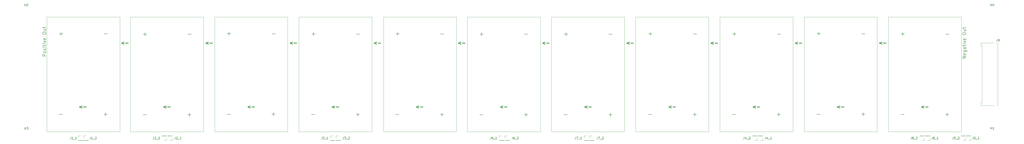
<source format=gbr>
%TF.GenerationSoftware,KiCad,Pcbnew,9.0.2*%
%TF.CreationDate,2025-07-25T15:19:20+08:00*%
%TF.ProjectId,accum_pcb_under,61636375-6d5f-4706-9362-5f756e646572,rev?*%
%TF.SameCoordinates,Original*%
%TF.FileFunction,Legend,Top*%
%TF.FilePolarity,Positive*%
%FSLAX46Y46*%
G04 Gerber Fmt 4.6, Leading zero omitted, Abs format (unit mm)*
G04 Created by KiCad (PCBNEW 9.0.2) date 2025-07-25 15:19:20*
%MOMM*%
%LPD*%
G01*
G04 APERTURE LIST*
%ADD10C,0.100000*%
%ADD11C,0.200000*%
%ADD12C,0.300000*%
%ADD13C,0.150000*%
%ADD14C,0.120000*%
G04 APERTURE END LIST*
D10*
X442732115Y-184702590D02*
X475732115Y-184702590D01*
X475732115Y-236702590D01*
X442732115Y-236702590D01*
X442732115Y-184702590D01*
X328583115Y-184702590D02*
X361583115Y-184702590D01*
X361583115Y-236702590D01*
X328583115Y-236702590D01*
X328583115Y-184702590D01*
X480806115Y-184702590D02*
X513806115Y-184702590D01*
X513806115Y-236702590D01*
X480806115Y-236702590D01*
X480806115Y-184702590D01*
X138338115Y-184702590D02*
X171338115Y-184702590D01*
X171338115Y-236702590D01*
X138338115Y-236702590D01*
X138338115Y-184702590D01*
X214458115Y-184702590D02*
X247458115Y-184702590D01*
X247458115Y-236702590D01*
X214458115Y-236702590D01*
X214458115Y-184702590D01*
X100537115Y-184702590D02*
X133537115Y-184702590D01*
X133537115Y-236702590D01*
X100537115Y-236702590D01*
X100537115Y-184702590D01*
X366612115Y-184702590D02*
X399612115Y-184702590D01*
X399612115Y-236702590D01*
X366612115Y-236702590D01*
X366612115Y-184702590D01*
X290578115Y-184702590D02*
X323578115Y-184702590D01*
X323578115Y-236702590D01*
X290578115Y-236702590D01*
X290578115Y-184702590D01*
X404664115Y-184702590D02*
X437664115Y-184702590D01*
X437664115Y-236702590D01*
X404664115Y-236702590D01*
X404664115Y-184702590D01*
X252652115Y-184702590D02*
X285652115Y-184702590D01*
X285652115Y-236702590D01*
X252652115Y-236702590D01*
X252652115Y-184702590D01*
X176367115Y-184702590D02*
X209367115Y-184702590D01*
X209367115Y-236702590D01*
X176367115Y-236702590D01*
X176367115Y-184702590D01*
D11*
X410280883Y-228947523D02*
X411804693Y-228947523D01*
X392604883Y-228880523D02*
X394128693Y-228880523D01*
X393366788Y-229642428D02*
X393366788Y-228118618D01*
X506616883Y-228932523D02*
X508140693Y-228932523D01*
X507378788Y-229694428D02*
X507378788Y-228170618D01*
X372415883Y-228895523D02*
X373939693Y-228895523D01*
X486427883Y-228947523D02*
X487951693Y-228947523D01*
D12*
X116432029Y-225105418D02*
X115289171Y-225533990D01*
X115289171Y-225533990D02*
X116432029Y-225962561D01*
X117146314Y-225533990D02*
X118289172Y-225533990D01*
X192524710Y-225105418D02*
X191381852Y-225533990D01*
X191381852Y-225533990D02*
X192524710Y-225962561D01*
X193238995Y-225533990D02*
X194381853Y-225533990D01*
D11*
X181996883Y-228791523D02*
X183520693Y-228791523D01*
X354499883Y-192521523D02*
X356023693Y-192521523D01*
X220122883Y-228947523D02*
X221646693Y-228947523D01*
D12*
X287641522Y-196175418D02*
X286498664Y-196603990D01*
X286498664Y-196603990D02*
X287641522Y-197032561D01*
X288355807Y-196603990D02*
X289498665Y-196603990D01*
D11*
X164216883Y-228984523D02*
X165740693Y-228984523D01*
X164978788Y-229746428D02*
X164978788Y-228222618D01*
D12*
X458852522Y-225105418D02*
X457709664Y-225533990D01*
X457709664Y-225533990D02*
X458852522Y-225962561D01*
X459566807Y-225533990D02*
X460709665Y-225533990D01*
D11*
X430469883Y-228932523D02*
X431993693Y-228932523D01*
X431231788Y-229694428D02*
X431231788Y-228170618D01*
X126337883Y-192354523D02*
X127861693Y-192354523D01*
X334237883Y-228999523D02*
X335761693Y-228999523D01*
D12*
X363734825Y-196175418D02*
X362591967Y-196603990D01*
X362591967Y-196603990D02*
X363734825Y-197032561D01*
X364449110Y-196603990D02*
X365591968Y-196603990D01*
X477875174Y-196175418D02*
X476732316Y-196603990D01*
X476732316Y-196603990D02*
X477875174Y-197032561D01*
X478589459Y-196603990D02*
X479732317Y-196603990D01*
D11*
X258266883Y-192371523D02*
X259790693Y-192371523D01*
X259028788Y-193133428D02*
X259028788Y-191609618D01*
X278405883Y-192417523D02*
X279929693Y-192417523D01*
D12*
X268618377Y-225105418D02*
X267475519Y-225533990D01*
X267475519Y-225533990D02*
X268618377Y-225962561D01*
X269332662Y-225533990D02*
X270475520Y-225533990D01*
D11*
X506689883Y-192469523D02*
X508213693Y-192469523D01*
X296112883Y-228999523D02*
X297636693Y-228999523D01*
X144150883Y-192475523D02*
X145674693Y-192475523D01*
X144912788Y-193237428D02*
X144912788Y-191713618D01*
X278332883Y-228880523D02*
X279856693Y-228880523D01*
X279094788Y-229642428D02*
X279094788Y-228118618D01*
X316301883Y-228984523D02*
X317825693Y-228984523D01*
X317063788Y-229746428D02*
X317063788Y-228222618D01*
X240311883Y-228932523D02*
X241835693Y-228932523D01*
X241073788Y-229694428D02*
X241073788Y-228170618D01*
D12*
X230571725Y-225105418D02*
X229428867Y-225533990D01*
X229428867Y-225533990D02*
X230571725Y-225962561D01*
X231286010Y-225533990D02*
X232428868Y-225533990D01*
D11*
X372538883Y-192371523D02*
X374062693Y-192371523D01*
X373300788Y-193133428D02*
X373300788Y-191609618D01*
D12*
X401781507Y-196175418D02*
X400638649Y-196603990D01*
X400638649Y-196603990D02*
X401781507Y-197032561D01*
X402495792Y-196603990D02*
X403638650Y-196603990D01*
D11*
X486550883Y-192423523D02*
X488074693Y-192423523D01*
X487312788Y-193185428D02*
X487312788Y-191661618D01*
X430542883Y-192469523D02*
X432066693Y-192469523D01*
X220245883Y-192423523D02*
X221769693Y-192423523D01*
X221007788Y-193185428D02*
X221007788Y-191661618D01*
X515816143Y-203365869D02*
X514316143Y-203365869D01*
X514316143Y-203365869D02*
X515816143Y-202508726D01*
X515816143Y-202508726D02*
X514316143Y-202508726D01*
X515744715Y-201223011D02*
X515816143Y-201365868D01*
X515816143Y-201365868D02*
X515816143Y-201651583D01*
X515816143Y-201651583D02*
X515744715Y-201794440D01*
X515744715Y-201794440D02*
X515601857Y-201865868D01*
X515601857Y-201865868D02*
X515030429Y-201865868D01*
X515030429Y-201865868D02*
X514887572Y-201794440D01*
X514887572Y-201794440D02*
X514816143Y-201651583D01*
X514816143Y-201651583D02*
X514816143Y-201365868D01*
X514816143Y-201365868D02*
X514887572Y-201223011D01*
X514887572Y-201223011D02*
X515030429Y-201151583D01*
X515030429Y-201151583D02*
X515173286Y-201151583D01*
X515173286Y-201151583D02*
X515316143Y-201865868D01*
X514816143Y-199865869D02*
X516030429Y-199865869D01*
X516030429Y-199865869D02*
X516173286Y-199937297D01*
X516173286Y-199937297D02*
X516244715Y-200008726D01*
X516244715Y-200008726D02*
X516316143Y-200151583D01*
X516316143Y-200151583D02*
X516316143Y-200365869D01*
X516316143Y-200365869D02*
X516244715Y-200508726D01*
X515744715Y-199865869D02*
X515816143Y-200008726D01*
X515816143Y-200008726D02*
X515816143Y-200294440D01*
X515816143Y-200294440D02*
X515744715Y-200437297D01*
X515744715Y-200437297D02*
X515673286Y-200508726D01*
X515673286Y-200508726D02*
X515530429Y-200580154D01*
X515530429Y-200580154D02*
X515101857Y-200580154D01*
X515101857Y-200580154D02*
X514959000Y-200508726D01*
X514959000Y-200508726D02*
X514887572Y-200437297D01*
X514887572Y-200437297D02*
X514816143Y-200294440D01*
X514816143Y-200294440D02*
X514816143Y-200008726D01*
X514816143Y-200008726D02*
X514887572Y-199865869D01*
X515816143Y-198508726D02*
X515030429Y-198508726D01*
X515030429Y-198508726D02*
X514887572Y-198580154D01*
X514887572Y-198580154D02*
X514816143Y-198723011D01*
X514816143Y-198723011D02*
X514816143Y-199008726D01*
X514816143Y-199008726D02*
X514887572Y-199151583D01*
X515744715Y-198508726D02*
X515816143Y-198651583D01*
X515816143Y-198651583D02*
X515816143Y-199008726D01*
X515816143Y-199008726D02*
X515744715Y-199151583D01*
X515744715Y-199151583D02*
X515601857Y-199223011D01*
X515601857Y-199223011D02*
X515459000Y-199223011D01*
X515459000Y-199223011D02*
X515316143Y-199151583D01*
X515316143Y-199151583D02*
X515244715Y-199008726D01*
X515244715Y-199008726D02*
X515244715Y-198651583D01*
X515244715Y-198651583D02*
X515173286Y-198508726D01*
X514816143Y-198008725D02*
X514816143Y-197437297D01*
X514316143Y-197794440D02*
X515601857Y-197794440D01*
X515601857Y-197794440D02*
X515744715Y-197723011D01*
X515744715Y-197723011D02*
X515816143Y-197580154D01*
X515816143Y-197580154D02*
X515816143Y-197437297D01*
X515816143Y-196937297D02*
X514816143Y-196937297D01*
X514316143Y-196937297D02*
X514387572Y-197008725D01*
X514387572Y-197008725D02*
X514459000Y-196937297D01*
X514459000Y-196937297D02*
X514387572Y-196865868D01*
X514387572Y-196865868D02*
X514316143Y-196937297D01*
X514316143Y-196937297D02*
X514459000Y-196937297D01*
X514816143Y-196365868D02*
X515816143Y-196008725D01*
X515816143Y-196008725D02*
X514816143Y-195651582D01*
X515744715Y-194508725D02*
X515816143Y-194651582D01*
X515816143Y-194651582D02*
X515816143Y-194937297D01*
X515816143Y-194937297D02*
X515744715Y-195080154D01*
X515744715Y-195080154D02*
X515601857Y-195151582D01*
X515601857Y-195151582D02*
X515030429Y-195151582D01*
X515030429Y-195151582D02*
X514887572Y-195080154D01*
X514887572Y-195080154D02*
X514816143Y-194937297D01*
X514816143Y-194937297D02*
X514816143Y-194651582D01*
X514816143Y-194651582D02*
X514887572Y-194508725D01*
X514887572Y-194508725D02*
X515030429Y-194437297D01*
X515030429Y-194437297D02*
X515173286Y-194437297D01*
X515173286Y-194437297D02*
X515316143Y-195151582D01*
X514316143Y-192365868D02*
X514316143Y-192080154D01*
X514316143Y-192080154D02*
X514387572Y-191937297D01*
X514387572Y-191937297D02*
X514530429Y-191794440D01*
X514530429Y-191794440D02*
X514816143Y-191723011D01*
X514816143Y-191723011D02*
X515316143Y-191723011D01*
X515316143Y-191723011D02*
X515601857Y-191794440D01*
X515601857Y-191794440D02*
X515744715Y-191937297D01*
X515744715Y-191937297D02*
X515816143Y-192080154D01*
X515816143Y-192080154D02*
X515816143Y-192365868D01*
X515816143Y-192365868D02*
X515744715Y-192508726D01*
X515744715Y-192508726D02*
X515601857Y-192651583D01*
X515601857Y-192651583D02*
X515316143Y-192723011D01*
X515316143Y-192723011D02*
X514816143Y-192723011D01*
X514816143Y-192723011D02*
X514530429Y-192651583D01*
X514530429Y-192651583D02*
X514387572Y-192508726D01*
X514387572Y-192508726D02*
X514316143Y-192365868D01*
X514816143Y-190437297D02*
X515816143Y-190437297D01*
X514816143Y-191080154D02*
X515601857Y-191080154D01*
X515601857Y-191080154D02*
X515744715Y-191008725D01*
X515744715Y-191008725D02*
X515816143Y-190865868D01*
X515816143Y-190865868D02*
X515816143Y-190651582D01*
X515816143Y-190651582D02*
X515744715Y-190508725D01*
X515744715Y-190508725D02*
X515673286Y-190437297D01*
X514816143Y-189937296D02*
X514816143Y-189365868D01*
X514316143Y-189723011D02*
X515601857Y-189723011D01*
X515601857Y-189723011D02*
X515744715Y-189651582D01*
X515744715Y-189651582D02*
X515816143Y-189508725D01*
X515816143Y-189508725D02*
X515816143Y-189365868D01*
X334360883Y-192475523D02*
X335884693Y-192475523D01*
X335122788Y-193237428D02*
X335122788Y-191713618D01*
X202185883Y-228776523D02*
X203709693Y-228776523D01*
X202947788Y-229538428D02*
X202947788Y-228014618D01*
X182119883Y-192267523D02*
X183643693Y-192267523D01*
X182881788Y-193029428D02*
X182881788Y-191505618D01*
X354426883Y-228984523D02*
X355950693Y-228984523D01*
X355188788Y-229746428D02*
X355188788Y-228222618D01*
X392677883Y-192417523D02*
X394201693Y-192417523D01*
X126264883Y-228817523D02*
X127788693Y-228817523D01*
X127026788Y-229579428D02*
X127026788Y-228055618D01*
X202258883Y-192313523D02*
X203782693Y-192313523D01*
D12*
X344712014Y-225105418D02*
X343569156Y-225533990D01*
X343569156Y-225533990D02*
X344712014Y-225962561D01*
X345426299Y-225533990D02*
X346569157Y-225533990D01*
X325688340Y-196175418D02*
X324545482Y-196603990D01*
X324545482Y-196603990D02*
X325688340Y-197032561D01*
X326402625Y-196603990D02*
X327545483Y-196603990D01*
D11*
X100120143Y-202439869D02*
X98620143Y-202439869D01*
X98620143Y-202439869D02*
X98620143Y-201868440D01*
X98620143Y-201868440D02*
X98691572Y-201725583D01*
X98691572Y-201725583D02*
X98763000Y-201654154D01*
X98763000Y-201654154D02*
X98905857Y-201582726D01*
X98905857Y-201582726D02*
X99120143Y-201582726D01*
X99120143Y-201582726D02*
X99263000Y-201654154D01*
X99263000Y-201654154D02*
X99334429Y-201725583D01*
X99334429Y-201725583D02*
X99405857Y-201868440D01*
X99405857Y-201868440D02*
X99405857Y-202439869D01*
X100120143Y-200725583D02*
X100048715Y-200868440D01*
X100048715Y-200868440D02*
X99977286Y-200939869D01*
X99977286Y-200939869D02*
X99834429Y-201011297D01*
X99834429Y-201011297D02*
X99405857Y-201011297D01*
X99405857Y-201011297D02*
X99263000Y-200939869D01*
X99263000Y-200939869D02*
X99191572Y-200868440D01*
X99191572Y-200868440D02*
X99120143Y-200725583D01*
X99120143Y-200725583D02*
X99120143Y-200511297D01*
X99120143Y-200511297D02*
X99191572Y-200368440D01*
X99191572Y-200368440D02*
X99263000Y-200297012D01*
X99263000Y-200297012D02*
X99405857Y-200225583D01*
X99405857Y-200225583D02*
X99834429Y-200225583D01*
X99834429Y-200225583D02*
X99977286Y-200297012D01*
X99977286Y-200297012D02*
X100048715Y-200368440D01*
X100048715Y-200368440D02*
X100120143Y-200511297D01*
X100120143Y-200511297D02*
X100120143Y-200725583D01*
X100048715Y-199654154D02*
X100120143Y-199511297D01*
X100120143Y-199511297D02*
X100120143Y-199225583D01*
X100120143Y-199225583D02*
X100048715Y-199082726D01*
X100048715Y-199082726D02*
X99905857Y-199011297D01*
X99905857Y-199011297D02*
X99834429Y-199011297D01*
X99834429Y-199011297D02*
X99691572Y-199082726D01*
X99691572Y-199082726D02*
X99620143Y-199225583D01*
X99620143Y-199225583D02*
X99620143Y-199439869D01*
X99620143Y-199439869D02*
X99548715Y-199582726D01*
X99548715Y-199582726D02*
X99405857Y-199654154D01*
X99405857Y-199654154D02*
X99334429Y-199654154D01*
X99334429Y-199654154D02*
X99191572Y-199582726D01*
X99191572Y-199582726D02*
X99120143Y-199439869D01*
X99120143Y-199439869D02*
X99120143Y-199225583D01*
X99120143Y-199225583D02*
X99191572Y-199082726D01*
X100120143Y-198368440D02*
X99120143Y-198368440D01*
X98620143Y-198368440D02*
X98691572Y-198439868D01*
X98691572Y-198439868D02*
X98763000Y-198368440D01*
X98763000Y-198368440D02*
X98691572Y-198297011D01*
X98691572Y-198297011D02*
X98620143Y-198368440D01*
X98620143Y-198368440D02*
X98763000Y-198368440D01*
X99120143Y-197868439D02*
X99120143Y-197297011D01*
X98620143Y-197654154D02*
X99905857Y-197654154D01*
X99905857Y-197654154D02*
X100048715Y-197582725D01*
X100048715Y-197582725D02*
X100120143Y-197439868D01*
X100120143Y-197439868D02*
X100120143Y-197297011D01*
X100120143Y-196797011D02*
X99120143Y-196797011D01*
X98620143Y-196797011D02*
X98691572Y-196868439D01*
X98691572Y-196868439D02*
X98763000Y-196797011D01*
X98763000Y-196797011D02*
X98691572Y-196725582D01*
X98691572Y-196725582D02*
X98620143Y-196797011D01*
X98620143Y-196797011D02*
X98763000Y-196797011D01*
X99120143Y-196225582D02*
X100120143Y-195868439D01*
X100120143Y-195868439D02*
X99120143Y-195511296D01*
X100048715Y-194368439D02*
X100120143Y-194511296D01*
X100120143Y-194511296D02*
X100120143Y-194797011D01*
X100120143Y-194797011D02*
X100048715Y-194939868D01*
X100048715Y-194939868D02*
X99905857Y-195011296D01*
X99905857Y-195011296D02*
X99334429Y-195011296D01*
X99334429Y-195011296D02*
X99191572Y-194939868D01*
X99191572Y-194939868D02*
X99120143Y-194797011D01*
X99120143Y-194797011D02*
X99120143Y-194511296D01*
X99120143Y-194511296D02*
X99191572Y-194368439D01*
X99191572Y-194368439D02*
X99334429Y-194297011D01*
X99334429Y-194297011D02*
X99477286Y-194297011D01*
X99477286Y-194297011D02*
X99620143Y-195011296D01*
X98620143Y-192225582D02*
X98620143Y-191939868D01*
X98620143Y-191939868D02*
X98691572Y-191797011D01*
X98691572Y-191797011D02*
X98834429Y-191654154D01*
X98834429Y-191654154D02*
X99120143Y-191582725D01*
X99120143Y-191582725D02*
X99620143Y-191582725D01*
X99620143Y-191582725D02*
X99905857Y-191654154D01*
X99905857Y-191654154D02*
X100048715Y-191797011D01*
X100048715Y-191797011D02*
X100120143Y-191939868D01*
X100120143Y-191939868D02*
X100120143Y-192225582D01*
X100120143Y-192225582D02*
X100048715Y-192368440D01*
X100048715Y-192368440D02*
X99905857Y-192511297D01*
X99905857Y-192511297D02*
X99620143Y-192582725D01*
X99620143Y-192582725D02*
X99120143Y-192582725D01*
X99120143Y-192582725D02*
X98834429Y-192511297D01*
X98834429Y-192511297D02*
X98691572Y-192368440D01*
X98691572Y-192368440D02*
X98620143Y-192225582D01*
X99120143Y-190297011D02*
X100120143Y-190297011D01*
X99120143Y-190939868D02*
X99905857Y-190939868D01*
X99905857Y-190939868D02*
X100048715Y-190868439D01*
X100048715Y-190868439D02*
X100120143Y-190725582D01*
X100120143Y-190725582D02*
X100120143Y-190511296D01*
X100120143Y-190511296D02*
X100048715Y-190368439D01*
X100048715Y-190368439D02*
X99977286Y-190297011D01*
X99120143Y-189797010D02*
X99120143Y-189225582D01*
X98620143Y-189582725D02*
X99905857Y-189582725D01*
X99905857Y-189582725D02*
X100048715Y-189511296D01*
X100048715Y-189511296D02*
X100120143Y-189368439D01*
X100120143Y-189368439D02*
X100120143Y-189225582D01*
X144027883Y-228999523D02*
X145551693Y-228999523D01*
X296235883Y-192475523D02*
X297759693Y-192475523D01*
X296997788Y-193237428D02*
X296997788Y-191713618D01*
D12*
X496899174Y-225105418D02*
X495756316Y-225533990D01*
X495756316Y-225533990D02*
X496899174Y-225962561D01*
X497613459Y-225533990D02*
X498756317Y-225533990D01*
D11*
X410403883Y-192423523D02*
X411927693Y-192423523D01*
X411165788Y-193185428D02*
X411165788Y-191661618D01*
D12*
X135454833Y-196175418D02*
X134311975Y-196603990D01*
X134311975Y-196603990D02*
X135454833Y-197032561D01*
X136169118Y-196603990D02*
X137311976Y-196603990D01*
X173501173Y-196175418D02*
X172358315Y-196603990D01*
X172358315Y-196603990D02*
X173501173Y-197032561D01*
X174215458Y-196603990D02*
X175358316Y-196603990D01*
D11*
X468646883Y-228776523D02*
X470170693Y-228776523D01*
X469408788Y-229538428D02*
X469408788Y-228014618D01*
X240384883Y-192469523D02*
X241908693Y-192469523D01*
X316374883Y-192521523D02*
X317898693Y-192521523D01*
D12*
X382758855Y-225105418D02*
X381615997Y-225533990D01*
X381615997Y-225533990D02*
X382758855Y-225962561D01*
X383473140Y-225533990D02*
X384615998Y-225533990D01*
X154478362Y-225105418D02*
X153335504Y-225533990D01*
X153335504Y-225533990D02*
X154478362Y-225962561D01*
X155192647Y-225533990D02*
X156335505Y-225533990D01*
X211547855Y-196175418D02*
X210404997Y-196603990D01*
X210404997Y-196603990D02*
X211547855Y-197032561D01*
X212262140Y-196603990D02*
X213404998Y-196603990D01*
X306665029Y-225105418D02*
X305522171Y-225533990D01*
X305522171Y-225533990D02*
X306665029Y-225962561D01*
X307379314Y-225533990D02*
X308522172Y-225533990D01*
D11*
X106198883Y-192308523D02*
X107722693Y-192308523D01*
X106960788Y-193070428D02*
X106960788Y-191546618D01*
X164289883Y-192521523D02*
X165813693Y-192521523D01*
X468719883Y-192313523D02*
X470243693Y-192313523D01*
X258143883Y-228895523D02*
X259667693Y-228895523D01*
X448457883Y-228791523D02*
X449981693Y-228791523D01*
X448580883Y-192267523D02*
X450104693Y-192267523D01*
X449342788Y-193029428D02*
X449342788Y-191505618D01*
D12*
X420805870Y-225105418D02*
X419663012Y-225533990D01*
X419663012Y-225533990D02*
X420805870Y-225962561D01*
X421520155Y-225533990D02*
X422663013Y-225533990D01*
X439828340Y-196175418D02*
X438685482Y-196603990D01*
X438685482Y-196603990D02*
X439828340Y-197032561D01*
X440542625Y-196603990D02*
X441685483Y-196603990D01*
X249594688Y-196175418D02*
X248451830Y-196603990D01*
X248451830Y-196603990D02*
X249594688Y-197032561D01*
X250308973Y-196603990D02*
X251451831Y-196603990D01*
D11*
X106075883Y-228832523D02*
X107599693Y-228832523D01*
D13*
X519160638Y-239054409D02*
X519160638Y-239768694D01*
X519160638Y-239768694D02*
X519113019Y-239911551D01*
X519113019Y-239911551D02*
X519017781Y-240006790D01*
X519017781Y-240006790D02*
X518874924Y-240054409D01*
X518874924Y-240054409D02*
X518779686Y-240054409D01*
X520113019Y-239054409D02*
X519636829Y-239054409D01*
X519636829Y-239054409D02*
X519589210Y-239530599D01*
X519589210Y-239530599D02*
X519636829Y-239482980D01*
X519636829Y-239482980D02*
X519732067Y-239435361D01*
X519732067Y-239435361D02*
X519970162Y-239435361D01*
X519970162Y-239435361D02*
X520065400Y-239482980D01*
X520065400Y-239482980D02*
X520113019Y-239530599D01*
X520113019Y-239530599D02*
X520160638Y-239625837D01*
X520160638Y-239625837D02*
X520160638Y-239863932D01*
X520160638Y-239863932D02*
X520113019Y-239959170D01*
X520113019Y-239959170D02*
X520065400Y-240006790D01*
X520065400Y-240006790D02*
X519970162Y-240054409D01*
X519970162Y-240054409D02*
X519732067Y-240054409D01*
X519732067Y-240054409D02*
X519636829Y-240006790D01*
X519636829Y-240006790D02*
X519589210Y-239959170D01*
X520351115Y-240149647D02*
X521113019Y-240149647D01*
X521874924Y-240054409D02*
X521303496Y-240054409D01*
X521589210Y-240054409D02*
X521589210Y-239054409D01*
X521589210Y-239054409D02*
X521493972Y-239197266D01*
X521493972Y-239197266D02*
X521398734Y-239292504D01*
X521398734Y-239292504D02*
X521303496Y-239340123D01*
X339553638Y-239069409D02*
X339553638Y-239783694D01*
X339553638Y-239783694D02*
X339506019Y-239926551D01*
X339506019Y-239926551D02*
X339410781Y-240021790D01*
X339410781Y-240021790D02*
X339267924Y-240069409D01*
X339267924Y-240069409D02*
X339172686Y-240069409D01*
X339934591Y-239069409D02*
X340601257Y-239069409D01*
X340601257Y-239069409D02*
X340172686Y-240069409D01*
X340744115Y-240164647D02*
X341506019Y-240164647D01*
X342267924Y-240069409D02*
X341696496Y-240069409D01*
X341982210Y-240069409D02*
X341982210Y-239069409D01*
X341982210Y-239069409D02*
X341886972Y-239212266D01*
X341886972Y-239212266D02*
X341791734Y-239307504D01*
X341791734Y-239307504D02*
X341696496Y-239355123D01*
X120254638Y-239094409D02*
X120254638Y-239808694D01*
X120254638Y-239808694D02*
X120207019Y-239951551D01*
X120207019Y-239951551D02*
X120111781Y-240046790D01*
X120111781Y-240046790D02*
X119968924Y-240094409D01*
X119968924Y-240094409D02*
X119873686Y-240094409D01*
X121254638Y-240094409D02*
X120683210Y-240094409D01*
X120968924Y-240094409D02*
X120968924Y-239094409D01*
X120968924Y-239094409D02*
X120873686Y-239237266D01*
X120873686Y-239237266D02*
X120778448Y-239332504D01*
X120778448Y-239332504D02*
X120683210Y-239380123D01*
X121445115Y-240189647D02*
X122207019Y-240189647D01*
X122397496Y-239189647D02*
X122445115Y-239142028D01*
X122445115Y-239142028D02*
X122540353Y-239094409D01*
X122540353Y-239094409D02*
X122778448Y-239094409D01*
X122778448Y-239094409D02*
X122873686Y-239142028D01*
X122873686Y-239142028D02*
X122921305Y-239189647D01*
X122921305Y-239189647D02*
X122968924Y-239284885D01*
X122968924Y-239284885D02*
X122968924Y-239380123D01*
X122968924Y-239380123D02*
X122921305Y-239522980D01*
X122921305Y-239522980D02*
X122349877Y-240094409D01*
X122349877Y-240094409D02*
X122968924Y-240094409D01*
X90531210Y-235677409D02*
X90531210Y-234677409D01*
X90531210Y-235153599D02*
X91102638Y-235153599D01*
X91102638Y-235677409D02*
X91102638Y-234677409D01*
X91483591Y-234677409D02*
X92102638Y-234677409D01*
X92102638Y-234677409D02*
X91769305Y-235058361D01*
X91769305Y-235058361D02*
X91912162Y-235058361D01*
X91912162Y-235058361D02*
X92007400Y-235105980D01*
X92007400Y-235105980D02*
X92055019Y-235153599D01*
X92055019Y-235153599D02*
X92102638Y-235248837D01*
X92102638Y-235248837D02*
X92102638Y-235486932D01*
X92102638Y-235486932D02*
X92055019Y-235582170D01*
X92055019Y-235582170D02*
X92007400Y-235629790D01*
X92007400Y-235629790D02*
X91912162Y-235677409D01*
X91912162Y-235677409D02*
X91626448Y-235677409D01*
X91626448Y-235677409D02*
X91531210Y-235629790D01*
X91531210Y-235629790D02*
X91483591Y-235582170D01*
X500650638Y-239068409D02*
X500650638Y-239782694D01*
X500650638Y-239782694D02*
X500603019Y-239925551D01*
X500603019Y-239925551D02*
X500507781Y-240020790D01*
X500507781Y-240020790D02*
X500364924Y-240068409D01*
X500364924Y-240068409D02*
X500269686Y-240068409D01*
X501269686Y-239496980D02*
X501174448Y-239449361D01*
X501174448Y-239449361D02*
X501126829Y-239401742D01*
X501126829Y-239401742D02*
X501079210Y-239306504D01*
X501079210Y-239306504D02*
X501079210Y-239258885D01*
X501079210Y-239258885D02*
X501126829Y-239163647D01*
X501126829Y-239163647D02*
X501174448Y-239116028D01*
X501174448Y-239116028D02*
X501269686Y-239068409D01*
X501269686Y-239068409D02*
X501460162Y-239068409D01*
X501460162Y-239068409D02*
X501555400Y-239116028D01*
X501555400Y-239116028D02*
X501603019Y-239163647D01*
X501603019Y-239163647D02*
X501650638Y-239258885D01*
X501650638Y-239258885D02*
X501650638Y-239306504D01*
X501650638Y-239306504D02*
X501603019Y-239401742D01*
X501603019Y-239401742D02*
X501555400Y-239449361D01*
X501555400Y-239449361D02*
X501460162Y-239496980D01*
X501460162Y-239496980D02*
X501269686Y-239496980D01*
X501269686Y-239496980D02*
X501174448Y-239544599D01*
X501174448Y-239544599D02*
X501126829Y-239592218D01*
X501126829Y-239592218D02*
X501079210Y-239687456D01*
X501079210Y-239687456D02*
X501079210Y-239877932D01*
X501079210Y-239877932D02*
X501126829Y-239973170D01*
X501126829Y-239973170D02*
X501174448Y-240020790D01*
X501174448Y-240020790D02*
X501269686Y-240068409D01*
X501269686Y-240068409D02*
X501460162Y-240068409D01*
X501460162Y-240068409D02*
X501555400Y-240020790D01*
X501555400Y-240020790D02*
X501603019Y-239973170D01*
X501603019Y-239973170D02*
X501650638Y-239877932D01*
X501650638Y-239877932D02*
X501650638Y-239687456D01*
X501650638Y-239687456D02*
X501603019Y-239592218D01*
X501603019Y-239592218D02*
X501555400Y-239544599D01*
X501555400Y-239544599D02*
X501460162Y-239496980D01*
X501841115Y-240163647D02*
X502603019Y-240163647D01*
X503364924Y-240068409D02*
X502793496Y-240068409D01*
X503079210Y-240068409D02*
X503079210Y-239068409D01*
X503079210Y-239068409D02*
X502983972Y-239211266D01*
X502983972Y-239211266D02*
X502888734Y-239306504D01*
X502888734Y-239306504D02*
X502793496Y-239354123D01*
X491179638Y-239069409D02*
X491179638Y-239783694D01*
X491179638Y-239783694D02*
X491132019Y-239926551D01*
X491132019Y-239926551D02*
X491036781Y-240021790D01*
X491036781Y-240021790D02*
X490893924Y-240069409D01*
X490893924Y-240069409D02*
X490798686Y-240069409D01*
X491798686Y-239497980D02*
X491703448Y-239450361D01*
X491703448Y-239450361D02*
X491655829Y-239402742D01*
X491655829Y-239402742D02*
X491608210Y-239307504D01*
X491608210Y-239307504D02*
X491608210Y-239259885D01*
X491608210Y-239259885D02*
X491655829Y-239164647D01*
X491655829Y-239164647D02*
X491703448Y-239117028D01*
X491703448Y-239117028D02*
X491798686Y-239069409D01*
X491798686Y-239069409D02*
X491989162Y-239069409D01*
X491989162Y-239069409D02*
X492084400Y-239117028D01*
X492084400Y-239117028D02*
X492132019Y-239164647D01*
X492132019Y-239164647D02*
X492179638Y-239259885D01*
X492179638Y-239259885D02*
X492179638Y-239307504D01*
X492179638Y-239307504D02*
X492132019Y-239402742D01*
X492132019Y-239402742D02*
X492084400Y-239450361D01*
X492084400Y-239450361D02*
X491989162Y-239497980D01*
X491989162Y-239497980D02*
X491798686Y-239497980D01*
X491798686Y-239497980D02*
X491703448Y-239545599D01*
X491703448Y-239545599D02*
X491655829Y-239593218D01*
X491655829Y-239593218D02*
X491608210Y-239688456D01*
X491608210Y-239688456D02*
X491608210Y-239878932D01*
X491608210Y-239878932D02*
X491655829Y-239974170D01*
X491655829Y-239974170D02*
X491703448Y-240021790D01*
X491703448Y-240021790D02*
X491798686Y-240069409D01*
X491798686Y-240069409D02*
X491989162Y-240069409D01*
X491989162Y-240069409D02*
X492084400Y-240021790D01*
X492084400Y-240021790D02*
X492132019Y-239974170D01*
X492132019Y-239974170D02*
X492179638Y-239878932D01*
X492179638Y-239878932D02*
X492179638Y-239688456D01*
X492179638Y-239688456D02*
X492132019Y-239593218D01*
X492132019Y-239593218D02*
X492084400Y-239545599D01*
X492084400Y-239545599D02*
X491989162Y-239497980D01*
X492370115Y-240164647D02*
X493132019Y-240164647D01*
X493322496Y-239164647D02*
X493370115Y-239117028D01*
X493370115Y-239117028D02*
X493465353Y-239069409D01*
X493465353Y-239069409D02*
X493703448Y-239069409D01*
X493703448Y-239069409D02*
X493798686Y-239117028D01*
X493798686Y-239117028D02*
X493846305Y-239164647D01*
X493846305Y-239164647D02*
X493893924Y-239259885D01*
X493893924Y-239259885D02*
X493893924Y-239355123D01*
X493893924Y-239355123D02*
X493846305Y-239497980D01*
X493846305Y-239497980D02*
X493274877Y-240069409D01*
X493274877Y-240069409D02*
X493893924Y-240069409D01*
X234659638Y-239067409D02*
X234659638Y-239781694D01*
X234659638Y-239781694D02*
X234612019Y-239924551D01*
X234612019Y-239924551D02*
X234516781Y-240019790D01*
X234516781Y-240019790D02*
X234373924Y-240067409D01*
X234373924Y-240067409D02*
X234278686Y-240067409D01*
X235040591Y-239067409D02*
X235659638Y-239067409D01*
X235659638Y-239067409D02*
X235326305Y-239448361D01*
X235326305Y-239448361D02*
X235469162Y-239448361D01*
X235469162Y-239448361D02*
X235564400Y-239495980D01*
X235564400Y-239495980D02*
X235612019Y-239543599D01*
X235612019Y-239543599D02*
X235659638Y-239638837D01*
X235659638Y-239638837D02*
X235659638Y-239876932D01*
X235659638Y-239876932D02*
X235612019Y-239972170D01*
X235612019Y-239972170D02*
X235564400Y-240019790D01*
X235564400Y-240019790D02*
X235469162Y-240067409D01*
X235469162Y-240067409D02*
X235183448Y-240067409D01*
X235183448Y-240067409D02*
X235088210Y-240019790D01*
X235088210Y-240019790D02*
X235040591Y-239972170D01*
X235850115Y-240162647D02*
X236612019Y-240162647D01*
X236802496Y-239162647D02*
X236850115Y-239115028D01*
X236850115Y-239115028D02*
X236945353Y-239067409D01*
X236945353Y-239067409D02*
X237183448Y-239067409D01*
X237183448Y-239067409D02*
X237278686Y-239115028D01*
X237278686Y-239115028D02*
X237326305Y-239162647D01*
X237326305Y-239162647D02*
X237373924Y-239257885D01*
X237373924Y-239257885D02*
X237373924Y-239353123D01*
X237373924Y-239353123D02*
X237326305Y-239495980D01*
X237326305Y-239495980D02*
X236754877Y-240067409D01*
X236754877Y-240067409D02*
X237373924Y-240067409D01*
X111312638Y-239065695D02*
X111312638Y-239779980D01*
X111312638Y-239779980D02*
X111265019Y-239922837D01*
X111265019Y-239922837D02*
X111169781Y-240018076D01*
X111169781Y-240018076D02*
X111026924Y-240065695D01*
X111026924Y-240065695D02*
X110931686Y-240065695D01*
X112312638Y-240065695D02*
X111741210Y-240065695D01*
X112026924Y-240065695D02*
X112026924Y-239065695D01*
X112026924Y-239065695D02*
X111931686Y-239208552D01*
X111931686Y-239208552D02*
X111836448Y-239303790D01*
X111836448Y-239303790D02*
X111741210Y-239351409D01*
X112503115Y-240160933D02*
X113265019Y-240160933D01*
X114026924Y-240065695D02*
X113455496Y-240065695D01*
X113741210Y-240065695D02*
X113741210Y-239065695D01*
X113741210Y-239065695D02*
X113645972Y-239208552D01*
X113645972Y-239208552D02*
X113550734Y-239303790D01*
X113550734Y-239303790D02*
X113455496Y-239351409D01*
X158573638Y-239075409D02*
X158573638Y-239789694D01*
X158573638Y-239789694D02*
X158526019Y-239932551D01*
X158526019Y-239932551D02*
X158430781Y-240027790D01*
X158430781Y-240027790D02*
X158287924Y-240075409D01*
X158287924Y-240075409D02*
X158192686Y-240075409D01*
X159002210Y-239170647D02*
X159049829Y-239123028D01*
X159049829Y-239123028D02*
X159145067Y-239075409D01*
X159145067Y-239075409D02*
X159383162Y-239075409D01*
X159383162Y-239075409D02*
X159478400Y-239123028D01*
X159478400Y-239123028D02*
X159526019Y-239170647D01*
X159526019Y-239170647D02*
X159573638Y-239265885D01*
X159573638Y-239265885D02*
X159573638Y-239361123D01*
X159573638Y-239361123D02*
X159526019Y-239503980D01*
X159526019Y-239503980D02*
X158954591Y-240075409D01*
X158954591Y-240075409D02*
X159573638Y-240075409D01*
X159764115Y-240170647D02*
X160526019Y-240170647D01*
X161287924Y-240075409D02*
X160716496Y-240075409D01*
X161002210Y-240075409D02*
X161002210Y-239075409D01*
X161002210Y-239075409D02*
X160906972Y-239218266D01*
X160906972Y-239218266D02*
X160811734Y-239313504D01*
X160811734Y-239313504D02*
X160716496Y-239361123D01*
X510119638Y-239069409D02*
X510119638Y-239783694D01*
X510119638Y-239783694D02*
X510072019Y-239926551D01*
X510072019Y-239926551D02*
X509976781Y-240021790D01*
X509976781Y-240021790D02*
X509833924Y-240069409D01*
X509833924Y-240069409D02*
X509738686Y-240069409D01*
X511072019Y-239069409D02*
X510595829Y-239069409D01*
X510595829Y-239069409D02*
X510548210Y-239545599D01*
X510548210Y-239545599D02*
X510595829Y-239497980D01*
X510595829Y-239497980D02*
X510691067Y-239450361D01*
X510691067Y-239450361D02*
X510929162Y-239450361D01*
X510929162Y-239450361D02*
X511024400Y-239497980D01*
X511024400Y-239497980D02*
X511072019Y-239545599D01*
X511072019Y-239545599D02*
X511119638Y-239640837D01*
X511119638Y-239640837D02*
X511119638Y-239878932D01*
X511119638Y-239878932D02*
X511072019Y-239974170D01*
X511072019Y-239974170D02*
X511024400Y-240021790D01*
X511024400Y-240021790D02*
X510929162Y-240069409D01*
X510929162Y-240069409D02*
X510691067Y-240069409D01*
X510691067Y-240069409D02*
X510595829Y-240021790D01*
X510595829Y-240021790D02*
X510548210Y-239974170D01*
X511310115Y-240164647D02*
X512072019Y-240164647D01*
X512262496Y-239164647D02*
X512310115Y-239117028D01*
X512310115Y-239117028D02*
X512405353Y-239069409D01*
X512405353Y-239069409D02*
X512643448Y-239069409D01*
X512643448Y-239069409D02*
X512738686Y-239117028D01*
X512738686Y-239117028D02*
X512786305Y-239164647D01*
X512786305Y-239164647D02*
X512833924Y-239259885D01*
X512833924Y-239259885D02*
X512833924Y-239355123D01*
X512833924Y-239355123D02*
X512786305Y-239497980D01*
X512786305Y-239497980D02*
X512214877Y-240069409D01*
X512214877Y-240069409D02*
X512833924Y-240069409D01*
X349345638Y-239066409D02*
X349345638Y-239780694D01*
X349345638Y-239780694D02*
X349298019Y-239923551D01*
X349298019Y-239923551D02*
X349202781Y-240018790D01*
X349202781Y-240018790D02*
X349059924Y-240066409D01*
X349059924Y-240066409D02*
X348964686Y-240066409D01*
X349726591Y-239066409D02*
X350393257Y-239066409D01*
X350393257Y-239066409D02*
X349964686Y-240066409D01*
X350536115Y-240161647D02*
X351298019Y-240161647D01*
X351488496Y-239161647D02*
X351536115Y-239114028D01*
X351536115Y-239114028D02*
X351631353Y-239066409D01*
X351631353Y-239066409D02*
X351869448Y-239066409D01*
X351869448Y-239066409D02*
X351964686Y-239114028D01*
X351964686Y-239114028D02*
X352012305Y-239161647D01*
X352012305Y-239161647D02*
X352059924Y-239256885D01*
X352059924Y-239256885D02*
X352059924Y-239352123D01*
X352059924Y-239352123D02*
X352012305Y-239494980D01*
X352012305Y-239494980D02*
X351440877Y-240066409D01*
X351440877Y-240066409D02*
X352059924Y-240066409D01*
X425378638Y-239064409D02*
X425378638Y-239778694D01*
X425378638Y-239778694D02*
X425331019Y-239921551D01*
X425331019Y-239921551D02*
X425235781Y-240016790D01*
X425235781Y-240016790D02*
X425092924Y-240064409D01*
X425092924Y-240064409D02*
X424997686Y-240064409D01*
X426283400Y-239397742D02*
X426283400Y-240064409D01*
X426045305Y-239016790D02*
X425807210Y-239731075D01*
X425807210Y-239731075D02*
X426426257Y-239731075D01*
X426569115Y-240159647D02*
X427331019Y-240159647D01*
X428092924Y-240064409D02*
X427521496Y-240064409D01*
X427807210Y-240064409D02*
X427807210Y-239064409D01*
X427807210Y-239064409D02*
X427711972Y-239207266D01*
X427711972Y-239207266D02*
X427616734Y-239302504D01*
X427616734Y-239302504D02*
X427521496Y-239350123D01*
X301186638Y-239067409D02*
X301186638Y-239781694D01*
X301186638Y-239781694D02*
X301139019Y-239924551D01*
X301139019Y-239924551D02*
X301043781Y-240019790D01*
X301043781Y-240019790D02*
X300900924Y-240067409D01*
X300900924Y-240067409D02*
X300805686Y-240067409D01*
X302091400Y-239067409D02*
X301900924Y-239067409D01*
X301900924Y-239067409D02*
X301805686Y-239115028D01*
X301805686Y-239115028D02*
X301758067Y-239162647D01*
X301758067Y-239162647D02*
X301662829Y-239305504D01*
X301662829Y-239305504D02*
X301615210Y-239495980D01*
X301615210Y-239495980D02*
X301615210Y-239876932D01*
X301615210Y-239876932D02*
X301662829Y-239972170D01*
X301662829Y-239972170D02*
X301710448Y-240019790D01*
X301710448Y-240019790D02*
X301805686Y-240067409D01*
X301805686Y-240067409D02*
X301996162Y-240067409D01*
X301996162Y-240067409D02*
X302091400Y-240019790D01*
X302091400Y-240019790D02*
X302139019Y-239972170D01*
X302139019Y-239972170D02*
X302186638Y-239876932D01*
X302186638Y-239876932D02*
X302186638Y-239638837D01*
X302186638Y-239638837D02*
X302139019Y-239543599D01*
X302139019Y-239543599D02*
X302091400Y-239495980D01*
X302091400Y-239495980D02*
X301996162Y-239448361D01*
X301996162Y-239448361D02*
X301805686Y-239448361D01*
X301805686Y-239448361D02*
X301710448Y-239495980D01*
X301710448Y-239495980D02*
X301662829Y-239543599D01*
X301662829Y-239543599D02*
X301615210Y-239638837D01*
X302377115Y-240162647D02*
X303139019Y-240162647D01*
X303900924Y-240067409D02*
X303329496Y-240067409D01*
X303615210Y-240067409D02*
X303615210Y-239067409D01*
X303615210Y-239067409D02*
X303519972Y-239210266D01*
X303519972Y-239210266D02*
X303424734Y-239305504D01*
X303424734Y-239305504D02*
X303329496Y-239353123D01*
X310958638Y-239068409D02*
X310958638Y-239782694D01*
X310958638Y-239782694D02*
X310911019Y-239925551D01*
X310911019Y-239925551D02*
X310815781Y-240020790D01*
X310815781Y-240020790D02*
X310672924Y-240068409D01*
X310672924Y-240068409D02*
X310577686Y-240068409D01*
X311863400Y-239068409D02*
X311672924Y-239068409D01*
X311672924Y-239068409D02*
X311577686Y-239116028D01*
X311577686Y-239116028D02*
X311530067Y-239163647D01*
X311530067Y-239163647D02*
X311434829Y-239306504D01*
X311434829Y-239306504D02*
X311387210Y-239496980D01*
X311387210Y-239496980D02*
X311387210Y-239877932D01*
X311387210Y-239877932D02*
X311434829Y-239973170D01*
X311434829Y-239973170D02*
X311482448Y-240020790D01*
X311482448Y-240020790D02*
X311577686Y-240068409D01*
X311577686Y-240068409D02*
X311768162Y-240068409D01*
X311768162Y-240068409D02*
X311863400Y-240020790D01*
X311863400Y-240020790D02*
X311911019Y-239973170D01*
X311911019Y-239973170D02*
X311958638Y-239877932D01*
X311958638Y-239877932D02*
X311958638Y-239639837D01*
X311958638Y-239639837D02*
X311911019Y-239544599D01*
X311911019Y-239544599D02*
X311863400Y-239496980D01*
X311863400Y-239496980D02*
X311768162Y-239449361D01*
X311768162Y-239449361D02*
X311577686Y-239449361D01*
X311577686Y-239449361D02*
X311482448Y-239496980D01*
X311482448Y-239496980D02*
X311434829Y-239544599D01*
X311434829Y-239544599D02*
X311387210Y-239639837D01*
X312149115Y-240163647D02*
X312911019Y-240163647D01*
X313101496Y-239163647D02*
X313149115Y-239116028D01*
X313149115Y-239116028D02*
X313244353Y-239068409D01*
X313244353Y-239068409D02*
X313482448Y-239068409D01*
X313482448Y-239068409D02*
X313577686Y-239116028D01*
X313577686Y-239116028D02*
X313625305Y-239163647D01*
X313625305Y-239163647D02*
X313672924Y-239258885D01*
X313672924Y-239258885D02*
X313672924Y-239354123D01*
X313672924Y-239354123D02*
X313625305Y-239496980D01*
X313625305Y-239496980D02*
X313053877Y-240068409D01*
X313053877Y-240068409D02*
X313672924Y-240068409D01*
X526970210Y-235634409D02*
X526970210Y-234634409D01*
X526970210Y-235110599D02*
X527541638Y-235110599D01*
X527541638Y-235634409D02*
X527541638Y-234634409D01*
X528541638Y-235634409D02*
X527970210Y-235634409D01*
X528255924Y-235634409D02*
X528255924Y-234634409D01*
X528255924Y-234634409D02*
X528160686Y-234777266D01*
X528160686Y-234777266D02*
X528065448Y-234872504D01*
X528065448Y-234872504D02*
X527970210Y-234920123D01*
X415630638Y-239073409D02*
X415630638Y-239787694D01*
X415630638Y-239787694D02*
X415583019Y-239930551D01*
X415583019Y-239930551D02*
X415487781Y-240025790D01*
X415487781Y-240025790D02*
X415344924Y-240073409D01*
X415344924Y-240073409D02*
X415249686Y-240073409D01*
X416535400Y-239406742D02*
X416535400Y-240073409D01*
X416297305Y-239025790D02*
X416059210Y-239740075D01*
X416059210Y-239740075D02*
X416678257Y-239740075D01*
X416821115Y-240168647D02*
X417583019Y-240168647D01*
X417773496Y-239168647D02*
X417821115Y-239121028D01*
X417821115Y-239121028D02*
X417916353Y-239073409D01*
X417916353Y-239073409D02*
X418154448Y-239073409D01*
X418154448Y-239073409D02*
X418249686Y-239121028D01*
X418249686Y-239121028D02*
X418297305Y-239168647D01*
X418297305Y-239168647D02*
X418344924Y-239263885D01*
X418344924Y-239263885D02*
X418344924Y-239359123D01*
X418344924Y-239359123D02*
X418297305Y-239501980D01*
X418297305Y-239501980D02*
X417725877Y-240073409D01*
X417725877Y-240073409D02*
X418344924Y-240073409D01*
X224884638Y-239077409D02*
X224884638Y-239791694D01*
X224884638Y-239791694D02*
X224837019Y-239934551D01*
X224837019Y-239934551D02*
X224741781Y-240029790D01*
X224741781Y-240029790D02*
X224598924Y-240077409D01*
X224598924Y-240077409D02*
X224503686Y-240077409D01*
X225265591Y-239077409D02*
X225884638Y-239077409D01*
X225884638Y-239077409D02*
X225551305Y-239458361D01*
X225551305Y-239458361D02*
X225694162Y-239458361D01*
X225694162Y-239458361D02*
X225789400Y-239505980D01*
X225789400Y-239505980D02*
X225837019Y-239553599D01*
X225837019Y-239553599D02*
X225884638Y-239648837D01*
X225884638Y-239648837D02*
X225884638Y-239886932D01*
X225884638Y-239886932D02*
X225837019Y-239982170D01*
X225837019Y-239982170D02*
X225789400Y-240029790D01*
X225789400Y-240029790D02*
X225694162Y-240077409D01*
X225694162Y-240077409D02*
X225408448Y-240077409D01*
X225408448Y-240077409D02*
X225313210Y-240029790D01*
X225313210Y-240029790D02*
X225265591Y-239982170D01*
X226075115Y-240172647D02*
X226837019Y-240172647D01*
X227598924Y-240077409D02*
X227027496Y-240077409D01*
X227313210Y-240077409D02*
X227313210Y-239077409D01*
X227313210Y-239077409D02*
X227217972Y-239220266D01*
X227217972Y-239220266D02*
X227122734Y-239315504D01*
X227122734Y-239315504D02*
X227027496Y-239363123D01*
X526968210Y-179703409D02*
X526968210Y-178703409D01*
X526968210Y-179179599D02*
X527539638Y-179179599D01*
X527539638Y-179703409D02*
X527539638Y-178703409D01*
X528444400Y-179036742D02*
X528444400Y-179703409D01*
X528206305Y-178655790D02*
X527968210Y-179370075D01*
X527968210Y-179370075D02*
X528587257Y-179370075D01*
X529972781Y-194777282D02*
X529972781Y-195491567D01*
X529972781Y-195491567D02*
X529925162Y-195634424D01*
X529925162Y-195634424D02*
X529829924Y-195729663D01*
X529829924Y-195729663D02*
X529687067Y-195777282D01*
X529687067Y-195777282D02*
X529591829Y-195777282D01*
X530496591Y-195777282D02*
X530687067Y-195777282D01*
X530687067Y-195777282D02*
X530782305Y-195729663D01*
X530782305Y-195729663D02*
X530829924Y-195682043D01*
X530829924Y-195682043D02*
X530925162Y-195539186D01*
X530925162Y-195539186D02*
X530972781Y-195348710D01*
X530972781Y-195348710D02*
X530972781Y-194967758D01*
X530972781Y-194967758D02*
X530925162Y-194872520D01*
X530925162Y-194872520D02*
X530877543Y-194824901D01*
X530877543Y-194824901D02*
X530782305Y-194777282D01*
X530782305Y-194777282D02*
X530591829Y-194777282D01*
X530591829Y-194777282D02*
X530496591Y-194824901D01*
X530496591Y-194824901D02*
X530448972Y-194872520D01*
X530448972Y-194872520D02*
X530401353Y-194967758D01*
X530401353Y-194967758D02*
X530401353Y-195205853D01*
X530401353Y-195205853D02*
X530448972Y-195301091D01*
X530448972Y-195301091D02*
X530496591Y-195348710D01*
X530496591Y-195348710D02*
X530591829Y-195396329D01*
X530591829Y-195396329D02*
X530782305Y-195396329D01*
X530782305Y-195396329D02*
X530877543Y-195348710D01*
X530877543Y-195348710D02*
X530925162Y-195301091D01*
X530925162Y-195301091D02*
X530972781Y-195205853D01*
X148812638Y-239079409D02*
X148812638Y-239793694D01*
X148812638Y-239793694D02*
X148765019Y-239936551D01*
X148765019Y-239936551D02*
X148669781Y-240031790D01*
X148669781Y-240031790D02*
X148526924Y-240079409D01*
X148526924Y-240079409D02*
X148431686Y-240079409D01*
X149241210Y-239174647D02*
X149288829Y-239127028D01*
X149288829Y-239127028D02*
X149384067Y-239079409D01*
X149384067Y-239079409D02*
X149622162Y-239079409D01*
X149622162Y-239079409D02*
X149717400Y-239127028D01*
X149717400Y-239127028D02*
X149765019Y-239174647D01*
X149765019Y-239174647D02*
X149812638Y-239269885D01*
X149812638Y-239269885D02*
X149812638Y-239365123D01*
X149812638Y-239365123D02*
X149765019Y-239507980D01*
X149765019Y-239507980D02*
X149193591Y-240079409D01*
X149193591Y-240079409D02*
X149812638Y-240079409D01*
X150003115Y-240174647D02*
X150765019Y-240174647D01*
X150955496Y-239174647D02*
X151003115Y-239127028D01*
X151003115Y-239127028D02*
X151098353Y-239079409D01*
X151098353Y-239079409D02*
X151336448Y-239079409D01*
X151336448Y-239079409D02*
X151431686Y-239127028D01*
X151431686Y-239127028D02*
X151479305Y-239174647D01*
X151479305Y-239174647D02*
X151526924Y-239269885D01*
X151526924Y-239269885D02*
X151526924Y-239365123D01*
X151526924Y-239365123D02*
X151479305Y-239507980D01*
X151479305Y-239507980D02*
X150907877Y-240079409D01*
X150907877Y-240079409D02*
X151526924Y-240079409D01*
X90473210Y-179755409D02*
X90473210Y-178755409D01*
X90473210Y-179231599D02*
X91044638Y-179231599D01*
X91044638Y-179755409D02*
X91044638Y-178755409D01*
X91473210Y-178850647D02*
X91520829Y-178803028D01*
X91520829Y-178803028D02*
X91616067Y-178755409D01*
X91616067Y-178755409D02*
X91854162Y-178755409D01*
X91854162Y-178755409D02*
X91949400Y-178803028D01*
X91949400Y-178803028D02*
X91997019Y-178850647D01*
X91997019Y-178850647D02*
X92044638Y-178945885D01*
X92044638Y-178945885D02*
X92044638Y-179041123D01*
X92044638Y-179041123D02*
X91997019Y-179183980D01*
X91997019Y-179183980D02*
X91425591Y-179755409D01*
X91425591Y-179755409D02*
X92044638Y-179755409D01*
D14*
%TO.C,J5_1*%
X516023115Y-238613590D02*
X516023115Y-238553590D01*
X518143115Y-238553590D02*
X516023115Y-238553590D01*
X518143115Y-238613590D02*
X516023115Y-238613590D01*
X518143115Y-238613590D02*
X518143115Y-238553590D01*
X518143115Y-239613590D02*
X518143115Y-240673590D01*
X518143115Y-240673590D02*
X517083115Y-240673590D01*
%TO.C,J7_1*%
X343346115Y-238553590D02*
X344406115Y-238553590D01*
X343346115Y-239613590D02*
X343346115Y-238553590D01*
X343346115Y-240613590D02*
X343346115Y-240673590D01*
X343346115Y-240613590D02*
X345466115Y-240613590D01*
X343346115Y-240673590D02*
X345466115Y-240673590D01*
X345466115Y-240613590D02*
X345466115Y-240673590D01*
%TO.C,J1_2*%
X117176115Y-238553590D02*
X118236115Y-238553590D01*
X117176115Y-239613590D02*
X117176115Y-238553590D01*
X117176115Y-240613590D02*
X117176115Y-240673590D01*
X117176115Y-240613590D02*
X119296115Y-240613590D01*
X117176115Y-240673590D02*
X119296115Y-240673590D01*
X119296115Y-240613590D02*
X119296115Y-240673590D01*
%TO.C,J8_1*%
X497443115Y-238613590D02*
X497443115Y-238553590D01*
X499563115Y-238553590D02*
X497443115Y-238553590D01*
X499563115Y-238613590D02*
X497443115Y-238613590D01*
X499563115Y-238613590D02*
X499563115Y-238553590D01*
X499563115Y-239613590D02*
X499563115Y-240673590D01*
X499563115Y-240673590D02*
X498503115Y-240673590D01*
%TO.C,J8_2*%
X494943115Y-238613590D02*
X494943115Y-238553590D01*
X497063115Y-238553590D02*
X494943115Y-238553590D01*
X497063115Y-238613590D02*
X494943115Y-238613590D01*
X497063115Y-238613590D02*
X497063115Y-238553590D01*
X497063115Y-239613590D02*
X497063115Y-240673590D01*
X497063115Y-240673590D02*
X496003115Y-240673590D01*
%TO.C,J3_2*%
X231184115Y-238553590D02*
X232244115Y-238553590D01*
X231184115Y-239613590D02*
X231184115Y-238553590D01*
X231184115Y-240613590D02*
X231184115Y-240673590D01*
X231184115Y-240613590D02*
X233304115Y-240613590D01*
X231184115Y-240673590D02*
X233304115Y-240673590D01*
X233304115Y-240613590D02*
X233304115Y-240673590D01*
%TO.C,J1_1*%
X114676115Y-238553590D02*
X115736115Y-238553590D01*
X114676115Y-239613590D02*
X114676115Y-238553590D01*
X114676115Y-240613590D02*
X114676115Y-240673590D01*
X114676115Y-240613590D02*
X116796115Y-240613590D01*
X114676115Y-240673590D02*
X116796115Y-240673590D01*
X116796115Y-240613590D02*
X116796115Y-240673590D01*
%TO.C,J2_1*%
X155054115Y-238613590D02*
X155054115Y-238553590D01*
X157174115Y-238553590D02*
X155054115Y-238553590D01*
X157174115Y-238613590D02*
X155054115Y-238613590D01*
X157174115Y-238613590D02*
X157174115Y-238553590D01*
X157174115Y-239613590D02*
X157174115Y-240673590D01*
X157174115Y-240673590D02*
X156114115Y-240673590D01*
%TO.C,J5_2*%
X513523115Y-238613590D02*
X513523115Y-238553590D01*
X515643115Y-238553590D02*
X513523115Y-238553590D01*
X515643115Y-238613590D02*
X513523115Y-238613590D01*
X515643115Y-238613590D02*
X515643115Y-238553590D01*
X515643115Y-239613590D02*
X515643115Y-240673590D01*
X515643115Y-240673590D02*
X514583115Y-240673590D01*
%TO.C,J7_2*%
X345846115Y-238553590D02*
X346906115Y-238553590D01*
X345846115Y-239613590D02*
X345846115Y-238553590D01*
X345846115Y-240613590D02*
X345846115Y-240673590D01*
X345846115Y-240613590D02*
X347966115Y-240613590D01*
X345846115Y-240673590D02*
X347966115Y-240673590D01*
X347966115Y-240613590D02*
X347966115Y-240673590D01*
%TO.C,J4_1*%
X421864115Y-238613590D02*
X421864115Y-238553590D01*
X423984115Y-238553590D02*
X421864115Y-238553590D01*
X423984115Y-238613590D02*
X421864115Y-238613590D01*
X423984115Y-238613590D02*
X423984115Y-238553590D01*
X423984115Y-239613590D02*
X423984115Y-240673590D01*
X423984115Y-240673590D02*
X422924115Y-240673590D01*
%TO.C,J6_1*%
X304979115Y-238553590D02*
X306039115Y-238553590D01*
X304979115Y-239613590D02*
X304979115Y-238553590D01*
X304979115Y-240613590D02*
X304979115Y-240673590D01*
X304979115Y-240613590D02*
X307099115Y-240613590D01*
X304979115Y-240673590D02*
X307099115Y-240673590D01*
X307099115Y-240613590D02*
X307099115Y-240673590D01*
%TO.C,J6_2*%
X307479115Y-238553590D02*
X308539115Y-238553590D01*
X307479115Y-239613590D02*
X307479115Y-238553590D01*
X307479115Y-240613590D02*
X307479115Y-240673590D01*
X307479115Y-240613590D02*
X309599115Y-240613590D01*
X307479115Y-240673590D02*
X309599115Y-240673590D01*
X309599115Y-240613590D02*
X309599115Y-240673590D01*
%TO.C,J4_2*%
X419364115Y-238613590D02*
X419364115Y-238553590D01*
X421484115Y-238553590D02*
X419364115Y-238553590D01*
X421484115Y-238613590D02*
X419364115Y-238613590D01*
X421484115Y-238613590D02*
X421484115Y-238553590D01*
X421484115Y-239613590D02*
X421484115Y-240673590D01*
X421484115Y-240673590D02*
X420424115Y-240673590D01*
%TO.C,J3_1*%
X228684115Y-238553590D02*
X229744115Y-238553590D01*
X228684115Y-239613590D02*
X228684115Y-238553590D01*
X228684115Y-240613590D02*
X228684115Y-240673590D01*
X228684115Y-240613590D02*
X230804115Y-240613590D01*
X228684115Y-240673590D02*
X230804115Y-240673590D01*
X230804115Y-240613590D02*
X230804115Y-240673590D01*
%TO.C,J9*%
X522632115Y-196469463D02*
X528382115Y-196469463D01*
X522632115Y-197889463D02*
X522632115Y-196469463D01*
X522632115Y-223419463D02*
X523132115Y-223419463D01*
X522632115Y-224839463D02*
X522632115Y-223419463D01*
X523132115Y-197889463D02*
X522632115Y-197889463D01*
X523132115Y-223419463D02*
X523132115Y-197889463D01*
X528382115Y-224839463D02*
X522632115Y-224839463D01*
X529922115Y-224839463D02*
X530222115Y-224839463D01*
X530222115Y-196469463D02*
X529922115Y-196469463D01*
X530222115Y-224839463D02*
X530222115Y-196469463D01*
%TO.C,J2_2*%
X152554115Y-238613590D02*
X152554115Y-238553590D01*
X154674115Y-238553590D02*
X152554115Y-238553590D01*
X154674115Y-238613590D02*
X152554115Y-238613590D01*
X154674115Y-238613590D02*
X154674115Y-238553590D01*
X154674115Y-239613590D02*
X154674115Y-240673590D01*
X154674115Y-240673590D02*
X153614115Y-240673590D01*
%TD*%
M02*

</source>
